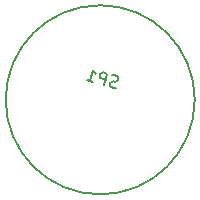
<source format=gbo>
G04 #@! TF.FileFunction,Legend,Bot*
%FSLAX46Y46*%
G04 Gerber Fmt 4.6, Leading zero omitted, Abs format (unit mm)*
G04 Created by KiCad (PCBNEW 4.0.0-rc1-stable) date Mon 04 Apr 2016 11:20:45 PM PDT*
%MOMM*%
G01*
G04 APERTURE LIST*
%ADD10C,0.100000*%
%ADD11C,0.150000*%
G04 APERTURE END LIST*
D10*
D11*
X189081774Y-123784801D02*
G75*
G03X189081774Y-123784801I-8004871J0D01*
G01*
X182403561Y-122747523D02*
X182253247Y-122756545D01*
X182023263Y-122694922D01*
X181943595Y-122624276D01*
X181909924Y-122565955D01*
X181888577Y-122461637D01*
X181913226Y-122369644D01*
X181983872Y-122289976D01*
X182042193Y-122256304D01*
X182146511Y-122234956D01*
X182342822Y-122238259D01*
X182447140Y-122216912D01*
X182505461Y-122183240D01*
X182576107Y-122103572D01*
X182600756Y-122011579D01*
X182579409Y-121907262D01*
X182545737Y-121848941D01*
X182466069Y-121778295D01*
X182236086Y-121716671D01*
X182085772Y-121725693D01*
X181425310Y-122534700D02*
X181684129Y-121568775D01*
X181316157Y-121470177D01*
X181211839Y-121491524D01*
X181153518Y-121525196D01*
X181082872Y-121604864D01*
X181045898Y-121742853D01*
X181067245Y-121847170D01*
X181100917Y-121905492D01*
X181180585Y-121976137D01*
X181548557Y-122074735D01*
X179953423Y-122140309D02*
X180505381Y-122288206D01*
X180229402Y-122214258D02*
X180488221Y-121248332D01*
X180543240Y-121410971D01*
X180610583Y-121527613D01*
X180690251Y-121598259D01*
M02*

</source>
